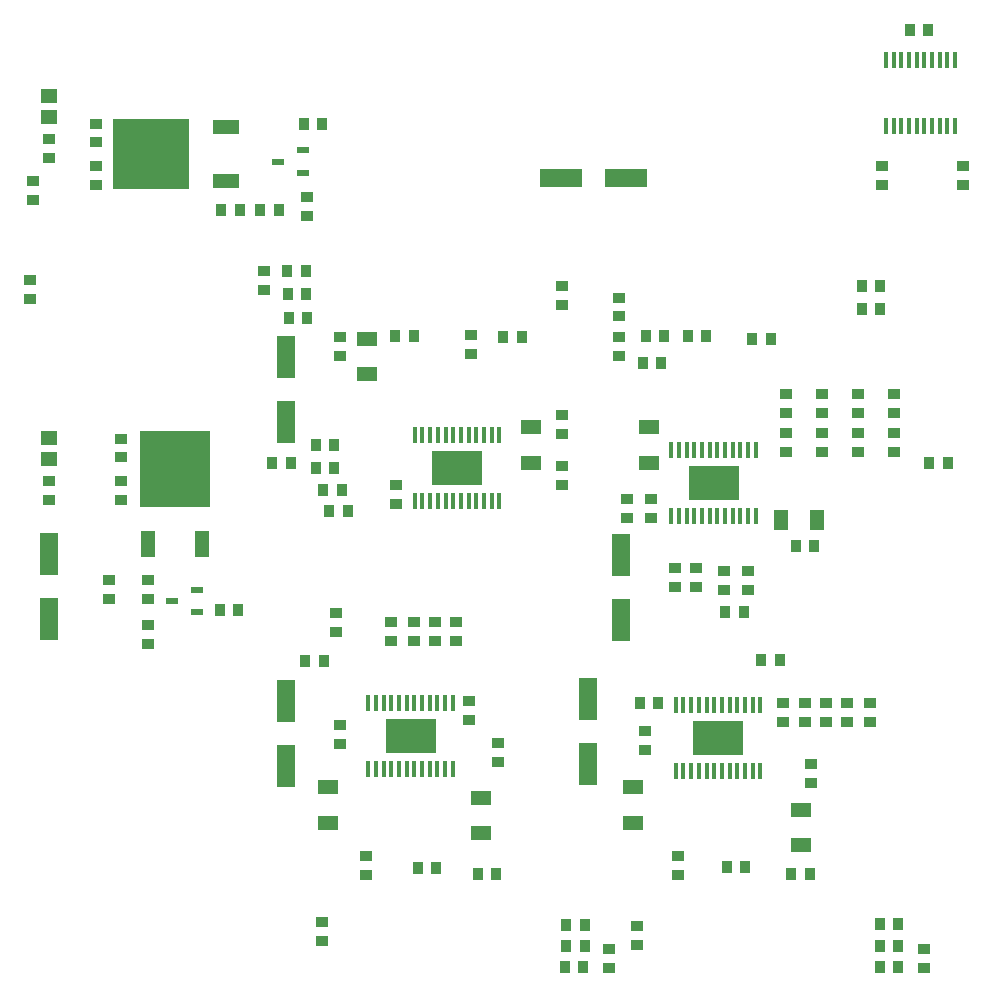
<source format=gtp>
G04 (created by PCBNEW (2013-05-18 BZR 4017)-stable) date Wed 22 Apr 2015 11:41:10 BST*
%MOIN*%
G04 Gerber Fmt 3.4, Leading zero omitted, Abs format*
%FSLAX34Y34*%
G01*
G70*
G90*
G04 APERTURE LIST*
%ADD10C,0.00590551*%
%ADD11R,0.0906X0.0512*%
%ADD12R,0.2559X0.2323*%
%ADD13R,0.0165X0.0579*%
%ADD14R,0.0394X0.0236*%
%ADD15R,0.0709X0.0453*%
%ADD16R,0.0374X0.0394*%
%ADD17R,0.0394X0.0374*%
%ADD18R,0.0512X0.0906*%
%ADD19R,0.2323X0.2559*%
%ADD20R,0.1417X0.063*%
%ADD21R,0.063X0.1417*%
%ADD22R,0.0571X0.0453*%
%ADD23R,0.1701X0.1181*%
%ADD24R,0.0453X0.0709*%
G04 APERTURE END LIST*
G54D10*
G54D11*
X41500Y-26400D03*
G54D12*
X39000Y-25500D03*
G54D11*
X41500Y-24600D03*
G54D13*
X64522Y-24552D03*
X64778Y-24552D03*
X65034Y-24552D03*
X65290Y-24552D03*
X63758Y-22350D03*
X63754Y-24552D03*
X64010Y-24552D03*
X64266Y-24552D03*
X65546Y-22348D03*
X65290Y-22348D03*
X65034Y-22348D03*
X64778Y-22348D03*
X64522Y-22348D03*
X64266Y-22348D03*
X65546Y-24552D03*
X64010Y-22350D03*
X63498Y-24552D03*
X65802Y-24552D03*
X65802Y-22348D03*
X63498Y-22348D03*
G54D14*
X40516Y-40775D03*
X39684Y-40400D03*
X40516Y-40025D03*
X44066Y-26125D03*
X43234Y-25750D03*
X44066Y-25375D03*
G54D15*
X51650Y-34609D03*
X51650Y-35791D03*
X46200Y-32841D03*
X46200Y-31659D03*
X44900Y-46609D03*
X44900Y-47791D03*
X50000Y-46959D03*
X50000Y-48141D03*
G54D16*
X53415Y-52600D03*
X52785Y-52600D03*
X45365Y-36700D03*
X44735Y-36700D03*
X43535Y-29400D03*
X44165Y-29400D03*
X64285Y-21350D03*
X64915Y-21350D03*
X41965Y-27350D03*
X41335Y-27350D03*
G54D17*
X35600Y-25615D03*
X35600Y-24985D03*
X35600Y-37015D03*
X35600Y-36385D03*
X37150Y-25885D03*
X37150Y-26515D03*
X38000Y-36385D03*
X38000Y-37015D03*
X38900Y-41815D03*
X38900Y-41185D03*
X44200Y-26935D03*
X44200Y-27565D03*
G54D16*
X41285Y-40700D03*
X41915Y-40700D03*
G54D17*
X38900Y-40315D03*
X38900Y-39685D03*
X47750Y-41715D03*
X47750Y-41085D03*
X47000Y-41085D03*
X47000Y-41715D03*
X50550Y-45135D03*
X50550Y-45765D03*
X45300Y-31585D03*
X45300Y-32215D03*
G54D16*
X44935Y-37400D03*
X45565Y-37400D03*
X43265Y-27350D03*
X42635Y-27350D03*
X43585Y-30950D03*
X44215Y-30950D03*
X53465Y-51200D03*
X52835Y-51200D03*
G54D17*
X63350Y-26515D03*
X63350Y-25885D03*
X38000Y-34985D03*
X38000Y-35600D03*
X37150Y-24485D03*
X37150Y-25100D03*
G54D16*
X44165Y-30150D03*
X43550Y-30150D03*
X52835Y-51900D03*
X53450Y-51900D03*
G54D18*
X38900Y-38500D03*
G54D19*
X39800Y-36000D03*
G54D18*
X40700Y-38500D03*
G54D20*
X52667Y-26300D03*
X54833Y-26300D03*
G54D21*
X43500Y-34433D03*
X43500Y-32267D03*
X43500Y-45883D03*
X43500Y-43717D03*
X35600Y-38817D03*
X35600Y-40983D03*
G54D22*
X35600Y-24254D03*
X35600Y-23546D03*
X35600Y-35654D03*
X35600Y-34946D03*
G54D16*
X43665Y-35800D03*
X43035Y-35800D03*
G54D17*
X45300Y-44535D03*
X45300Y-45165D03*
X52700Y-36515D03*
X52700Y-35885D03*
G54D16*
X44765Y-42400D03*
X44135Y-42400D03*
G54D17*
X54250Y-52615D03*
X54250Y-51985D03*
X42750Y-29385D03*
X42750Y-30015D03*
X66050Y-26515D03*
X66050Y-25885D03*
X52700Y-34185D03*
X52700Y-34815D03*
X48450Y-41715D03*
X48450Y-41085D03*
X49150Y-41715D03*
X49150Y-41085D03*
X45150Y-41415D03*
X45150Y-40785D03*
G54D16*
X45115Y-35200D03*
X44485Y-35200D03*
X45115Y-35950D03*
X44485Y-35950D03*
X49885Y-49500D03*
X50515Y-49500D03*
X48515Y-49300D03*
X47885Y-49300D03*
G54D17*
X46150Y-49515D03*
X46150Y-48885D03*
X44700Y-51715D03*
X44700Y-51085D03*
G54D16*
X47765Y-31550D03*
X47135Y-31550D03*
G54D17*
X49650Y-32165D03*
X49650Y-31535D03*
G54D16*
X50735Y-31600D03*
X51365Y-31600D03*
G54D17*
X52700Y-30515D03*
X52700Y-29885D03*
X47150Y-36535D03*
X47150Y-37165D03*
X49600Y-44365D03*
X49600Y-43735D03*
X37600Y-39685D03*
X37600Y-40315D03*
G54D16*
X44715Y-24500D03*
X44085Y-24500D03*
G54D17*
X60150Y-35415D03*
X60150Y-34800D03*
X61350Y-35415D03*
X61350Y-34800D03*
X62550Y-35415D03*
X62550Y-34800D03*
X63750Y-35415D03*
X63750Y-34800D03*
X60150Y-34115D03*
X60150Y-33485D03*
X61350Y-34115D03*
X61350Y-33485D03*
X62550Y-34115D03*
X62550Y-33485D03*
X63750Y-34115D03*
X63750Y-33485D03*
X35050Y-27015D03*
X35050Y-26385D03*
X34950Y-29685D03*
X34950Y-30315D03*
G54D13*
X49072Y-37052D03*
X49328Y-37052D03*
X49584Y-37052D03*
X49840Y-37052D03*
X48308Y-34850D03*
X48304Y-37052D03*
X48560Y-37052D03*
X48816Y-37052D03*
X50096Y-34848D03*
X49840Y-34848D03*
X49584Y-34848D03*
X49328Y-34848D03*
X49072Y-34848D03*
X48816Y-34848D03*
X50096Y-37052D03*
X48560Y-34850D03*
X48048Y-37052D03*
X50352Y-37052D03*
X50352Y-34848D03*
X48048Y-34848D03*
X47793Y-37052D03*
X50607Y-37052D03*
X50607Y-34848D03*
X47793Y-34848D03*
G54D23*
X49200Y-35950D03*
G54D13*
X47778Y-43798D03*
X47522Y-43798D03*
X47266Y-43798D03*
X47010Y-43798D03*
X48542Y-46000D03*
X48546Y-43798D03*
X48290Y-43798D03*
X48034Y-43798D03*
X46754Y-46002D03*
X47010Y-46002D03*
X47266Y-46002D03*
X47522Y-46002D03*
X47778Y-46002D03*
X48034Y-46002D03*
X46754Y-43798D03*
X48290Y-46000D03*
X48802Y-43798D03*
X46498Y-43798D03*
X46498Y-46002D03*
X48802Y-46002D03*
X49057Y-43798D03*
X46243Y-43798D03*
X46243Y-46002D03*
X49057Y-46002D03*
G54D23*
X47650Y-44900D03*
G54D13*
X58028Y-43848D03*
X57772Y-43848D03*
X57516Y-43848D03*
X57260Y-43848D03*
X58792Y-46050D03*
X58796Y-43848D03*
X58540Y-43848D03*
X58284Y-43848D03*
X57004Y-46052D03*
X57260Y-46052D03*
X57516Y-46052D03*
X57772Y-46052D03*
X58028Y-46052D03*
X58284Y-46052D03*
X57004Y-43848D03*
X58540Y-46050D03*
X59052Y-43848D03*
X56748Y-43848D03*
X56748Y-46052D03*
X59052Y-46052D03*
X59307Y-43848D03*
X56493Y-43848D03*
X56493Y-46052D03*
X59307Y-46052D03*
G54D23*
X57900Y-44950D03*
G54D13*
X57622Y-37552D03*
X57878Y-37552D03*
X58134Y-37552D03*
X58390Y-37552D03*
X56858Y-35350D03*
X56854Y-37552D03*
X57110Y-37552D03*
X57366Y-37552D03*
X58646Y-35348D03*
X58390Y-35348D03*
X58134Y-35348D03*
X57878Y-35348D03*
X57622Y-35348D03*
X57366Y-35348D03*
X58646Y-37552D03*
X57110Y-35350D03*
X56598Y-37552D03*
X58902Y-37552D03*
X58902Y-35348D03*
X56598Y-35348D03*
X56343Y-37552D03*
X59157Y-37552D03*
X59157Y-35348D03*
X56343Y-35348D03*
G54D23*
X57750Y-36450D03*
G54D15*
X55600Y-34609D03*
X55600Y-35791D03*
G54D24*
X61191Y-37700D03*
X60009Y-37700D03*
G54D15*
X60650Y-47359D03*
X60650Y-48541D03*
X55050Y-46609D03*
X55050Y-47791D03*
G54D17*
X62200Y-44415D03*
X62200Y-43785D03*
X62950Y-43785D03*
X62950Y-44415D03*
G54D16*
X64935Y-35800D03*
X65565Y-35800D03*
G54D17*
X58900Y-40015D03*
X58900Y-39385D03*
X58100Y-39385D03*
X58100Y-40015D03*
G54D21*
X54650Y-38867D03*
X54650Y-41033D03*
X53550Y-45833D03*
X53550Y-43667D03*
G54D16*
X61115Y-38550D03*
X60485Y-38550D03*
X59035Y-31650D03*
X59665Y-31650D03*
X62685Y-30650D03*
X63315Y-30650D03*
X63315Y-29900D03*
X62685Y-29900D03*
X60335Y-49500D03*
X60965Y-49500D03*
G54D17*
X57150Y-39285D03*
X57150Y-39915D03*
G54D16*
X58815Y-49250D03*
X58185Y-49250D03*
G54D17*
X56450Y-39285D03*
X56450Y-39915D03*
X56550Y-49515D03*
X56550Y-48885D03*
G54D16*
X58765Y-40750D03*
X58135Y-40750D03*
G54D17*
X55200Y-51865D03*
X55200Y-51235D03*
G54D16*
X59335Y-42350D03*
X59965Y-42350D03*
G54D17*
X60050Y-43785D03*
X60050Y-44415D03*
X60800Y-43785D03*
X60800Y-44415D03*
X55650Y-36985D03*
X55650Y-37615D03*
X61500Y-43785D03*
X61500Y-44415D03*
X55450Y-44735D03*
X55450Y-45365D03*
X54850Y-36985D03*
X54850Y-37615D03*
G54D16*
X57515Y-31550D03*
X56885Y-31550D03*
X55915Y-43800D03*
X55285Y-43800D03*
G54D17*
X61000Y-45835D03*
X61000Y-46465D03*
G54D16*
X63915Y-51150D03*
X63285Y-51150D03*
G54D17*
X54600Y-31585D03*
X54600Y-32215D03*
G54D16*
X56015Y-32450D03*
X55385Y-32450D03*
X63915Y-52600D03*
X63285Y-52600D03*
X63285Y-51900D03*
X63900Y-51900D03*
G54D17*
X54600Y-30285D03*
X54600Y-30900D03*
G54D16*
X55485Y-31550D03*
X56115Y-31550D03*
G54D17*
X64750Y-52615D03*
X64750Y-51985D03*
M02*

</source>
